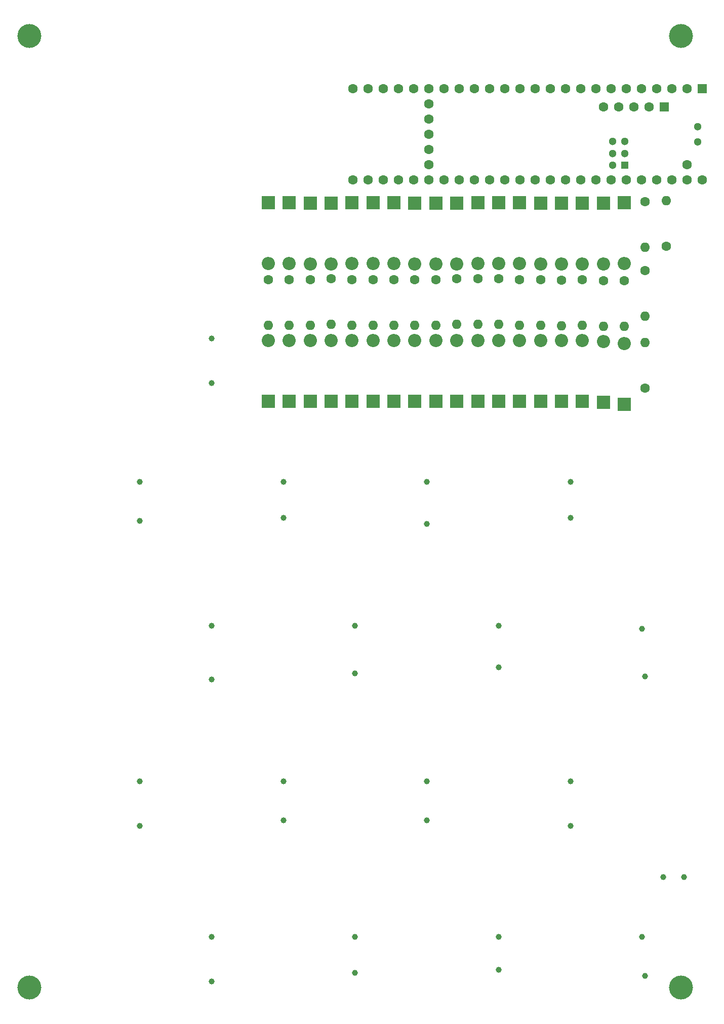
<source format=gbr>
%TF.GenerationSoftware,KiCad,Pcbnew,8.0.1*%
%TF.CreationDate,2024-04-18T23:30:46-04:00*%
%TF.ProjectId,emandoharp,656d616e-646f-4686-9172-702e6b696361,rev?*%
%TF.SameCoordinates,Original*%
%TF.FileFunction,Soldermask,Top*%
%TF.FilePolarity,Negative*%
%FSLAX46Y46*%
G04 Gerber Fmt 4.6, Leading zero omitted, Abs format (unit mm)*
G04 Created by KiCad (PCBNEW 8.0.1) date 2024-04-18 23:30:46*
%MOMM*%
%LPD*%
G01*
G04 APERTURE LIST*
%ADD10R,2.200000X2.200000*%
%ADD11O,2.200000X2.200000*%
%ADD12C,1.600000*%
%ADD13O,1.600000X1.600000*%
%ADD14C,1.000000*%
%ADD15C,4.000000*%
%ADD16R,1.600000X1.600000*%
%ADD17R,1.300000X1.300000*%
%ADD18C,1.300000*%
G04 APERTURE END LIST*
D10*
%TO.C,D28*%
X117000000Y-85750000D03*
D11*
X117000000Y-75590000D03*
%TD*%
D12*
%TO.C,R13*%
X96000000Y-65440000D03*
D13*
X96000000Y-73060000D03*
%TD*%
D14*
%TO.C,P20*%
X86000000Y-175250000D03*
%TD*%
%TO.C,P3*%
X50000000Y-105750000D03*
%TD*%
D12*
%TO.C,R2*%
X138000000Y-59870000D03*
D13*
X138000000Y-52250000D03*
%TD*%
D14*
%TO.C,P27*%
X137500000Y-165250000D03*
%TD*%
D10*
%TO.C,D7*%
X82000000Y-52670000D03*
D11*
X82000000Y-62830000D03*
%TD*%
D10*
%TO.C,D23*%
X110000000Y-52590000D03*
D11*
X110000000Y-62750000D03*
%TD*%
D10*
%TO.C,D20*%
X103000000Y-85750000D03*
D11*
X103000000Y-75590000D03*
%TD*%
D10*
%TO.C,D15*%
X96000000Y-52670000D03*
D11*
X96000000Y-62830000D03*
%TD*%
D12*
%TO.C,R19*%
X120500000Y-65500000D03*
D13*
X120500000Y-73120000D03*
%TD*%
D15*
%TO.C,REF\u002A\u002A*%
X31500000Y-183750000D03*
%TD*%
D10*
%TO.C,D2*%
X71500000Y-85750000D03*
D11*
X71500000Y-75590000D03*
%TD*%
D14*
%TO.C,P25*%
X98000000Y-149250000D03*
%TD*%
D10*
%TO.C,D36*%
X131000000Y-86250000D03*
D11*
X131000000Y-76090000D03*
%TD*%
D16*
%TO.C,U1*%
X144040000Y-33550000D03*
D12*
X141500000Y-33550000D03*
X138960000Y-33550000D03*
X136420000Y-33550000D03*
X133880000Y-33550000D03*
X131340000Y-33550000D03*
X128800000Y-33550000D03*
X126260000Y-33550000D03*
X123720000Y-33550000D03*
X121180000Y-33550000D03*
X118640000Y-33550000D03*
X116100000Y-33550000D03*
X113560000Y-33550000D03*
X111020000Y-33550000D03*
X108480000Y-33550000D03*
X105940000Y-33550000D03*
X103400000Y-33550000D03*
X100860000Y-33550000D03*
X98320000Y-33550000D03*
X95780000Y-33550000D03*
X93240000Y-33550000D03*
X90700000Y-33550000D03*
X88160000Y-33550000D03*
X85620000Y-33550000D03*
X85620000Y-48790000D03*
X88160000Y-48790000D03*
X90700000Y-48790000D03*
X93240000Y-48790000D03*
X95780000Y-48790000D03*
X98320000Y-48790000D03*
X100860000Y-48790000D03*
X103400000Y-48790000D03*
X105940000Y-48790000D03*
X108480000Y-48790000D03*
X111020000Y-48790000D03*
X113560000Y-48790000D03*
X116100000Y-48790000D03*
X118640000Y-48790000D03*
X121180000Y-48790000D03*
X123720000Y-48790000D03*
X126260000Y-48790000D03*
X128800000Y-48790000D03*
X131340000Y-48790000D03*
X133880000Y-48790000D03*
X136420000Y-48790000D03*
X138960000Y-48790000D03*
X141500000Y-48790000D03*
X144040000Y-48790000D03*
X141500000Y-46250000D03*
X98320000Y-36090000D03*
X98320000Y-38630000D03*
X98320000Y-41170000D03*
X98320000Y-43710000D03*
X98320000Y-46250000D03*
D16*
X137740800Y-36600800D03*
D12*
X135200800Y-36600800D03*
X132660800Y-36600800D03*
X130120800Y-36600800D03*
X127580800Y-36600800D03*
D17*
X131070000Y-46351600D03*
D18*
X131070000Y-44351600D03*
X131070000Y-42351600D03*
X129070000Y-42351600D03*
X129070000Y-44351600D03*
X129070000Y-46351600D03*
X143310000Y-42440000D03*
X143310000Y-39900000D03*
%TD*%
D14*
%TO.C,P23*%
X50000000Y-149250000D03*
%TD*%
%TO.C,P17*%
X134500000Y-131750000D03*
%TD*%
D12*
%TO.C,R6*%
X75000000Y-65440000D03*
D13*
X75000000Y-73060000D03*
%TD*%
D12*
%TO.C,R10*%
X106500000Y-65250000D03*
D13*
X106500000Y-72870000D03*
%TD*%
D10*
%TO.C,D29*%
X120500000Y-52670000D03*
D11*
X120500000Y-62830000D03*
%TD*%
D14*
%TO.C,P19*%
X62000000Y-175250000D03*
%TD*%
%TO.C,P6*%
X74000000Y-155750000D03*
%TD*%
D12*
%TO.C,R14*%
X99500000Y-65440000D03*
D13*
X99500000Y-73060000D03*
%TD*%
D14*
%TO.C,P21*%
X110000000Y-175250000D03*
%TD*%
D15*
%TO.C,REF\u002A\u002A*%
X140500000Y-183750000D03*
%TD*%
D14*
%TO.C,P34*%
X98000000Y-99250000D03*
%TD*%
%TO.C,P36*%
X62000000Y-75250000D03*
%TD*%
D10*
%TO.C,D11*%
X89000000Y-52590000D03*
D11*
X89000000Y-62750000D03*
%TD*%
D14*
%TO.C,P15*%
X122000000Y-105250000D03*
%TD*%
D10*
%TO.C,D8*%
X82000000Y-85750000D03*
D11*
X82000000Y-75590000D03*
%TD*%
D10*
%TO.C,D12*%
X89000000Y-85750000D03*
D11*
X89000000Y-75590000D03*
%TD*%
D10*
%TO.C,D9*%
X85500000Y-52590000D03*
D11*
X85500000Y-62750000D03*
%TD*%
D10*
%TO.C,D27*%
X117000000Y-52670000D03*
D11*
X117000000Y-62830000D03*
%TD*%
D14*
%TO.C,P12*%
X110000000Y-130250000D03*
%TD*%
%TO.C,P13*%
X110000000Y-180750000D03*
%TD*%
D10*
%TO.C,D10*%
X85500000Y-85750000D03*
D11*
X85500000Y-75590000D03*
%TD*%
D10*
%TO.C,D19*%
X103000000Y-52670000D03*
D11*
X103000000Y-62830000D03*
%TD*%
D14*
%TO.C,P22*%
X134000000Y-175250000D03*
%TD*%
%TO.C,P11*%
X98000000Y-155750000D03*
%TD*%
D12*
%TO.C,R11*%
X89000000Y-65440000D03*
D13*
X89000000Y-73060000D03*
%TD*%
D10*
%TO.C,D14*%
X92500000Y-85750000D03*
D11*
X92500000Y-75590000D03*
%TD*%
D10*
%TO.C,D16*%
X96000000Y-85750000D03*
D11*
X96000000Y-75590000D03*
%TD*%
D12*
%TO.C,R3*%
X134500000Y-52440000D03*
D13*
X134500000Y-60060000D03*
%TD*%
D14*
%TO.C,P14*%
X122000000Y-156750000D03*
%TD*%
%TO.C,P9*%
X86000000Y-131250000D03*
%TD*%
D12*
%TO.C,R7*%
X78500000Y-65440000D03*
D13*
X78500000Y-73060000D03*
%TD*%
D12*
%TO.C,R22*%
X131000000Y-65630000D03*
D13*
X131000000Y-73250000D03*
%TD*%
D14*
%TO.C,P32*%
X50000000Y-99250000D03*
%TD*%
%TO.C,P29*%
X86000000Y-123250000D03*
%TD*%
D15*
%TO.C,REF\u002A\u002A*%
X31500000Y-24750000D03*
%TD*%
D10*
%TO.C,D34*%
X127500000Y-85910000D03*
D11*
X127500000Y-75750000D03*
%TD*%
D14*
%TO.C,P7*%
X86000000Y-181250000D03*
%TD*%
D10*
%TO.C,D30*%
X120500000Y-85750000D03*
D11*
X120500000Y-75590000D03*
%TD*%
D10*
%TO.C,D32*%
X124000000Y-85750000D03*
D11*
X124000000Y-75590000D03*
%TD*%
D12*
%TO.C,R8*%
X82000000Y-65250000D03*
D13*
X82000000Y-72870000D03*
%TD*%
D12*
%TO.C,R15*%
X103000000Y-65250000D03*
D13*
X103000000Y-72870000D03*
%TD*%
D10*
%TO.C,D21*%
X106500000Y-52590000D03*
D11*
X106500000Y-62750000D03*
%TD*%
D14*
%TO.C,P33*%
X74000000Y-99250000D03*
%TD*%
D12*
%TO.C,R4*%
X134500000Y-63940000D03*
D13*
X134500000Y-71560000D03*
%TD*%
D10*
%TO.C,D4*%
X75000000Y-85750000D03*
D11*
X75000000Y-75590000D03*
%TD*%
D10*
%TO.C,D26*%
X113500000Y-85750000D03*
D11*
X113500000Y-75590000D03*
%TD*%
D10*
%TO.C,D22*%
X106500000Y-85750000D03*
D11*
X106500000Y-75590000D03*
%TD*%
D14*
%TO.C,P31*%
X134000000Y-123750000D03*
%TD*%
D10*
%TO.C,D31*%
X124000000Y-52670000D03*
D11*
X124000000Y-62830000D03*
%TD*%
D14*
%TO.C,P2*%
X50000000Y-156750000D03*
%TD*%
D10*
%TO.C,D24*%
X110000000Y-85750000D03*
D11*
X110000000Y-75590000D03*
%TD*%
D12*
%TO.C,R9*%
X85500000Y-65440000D03*
D13*
X85500000Y-73060000D03*
%TD*%
D10*
%TO.C,D25*%
X113500000Y-52590000D03*
D11*
X113500000Y-62750000D03*
%TD*%
D14*
%TO.C,P8*%
X74000000Y-105250000D03*
%TD*%
D10*
%TO.C,D33*%
X127500000Y-52670000D03*
D11*
X127500000Y-62830000D03*
%TD*%
D14*
%TO.C,P5*%
X62000000Y-132250000D03*
%TD*%
%TO.C,P10*%
X98000000Y-106250000D03*
%TD*%
D10*
%TO.C,D17*%
X99500000Y-52670000D03*
D11*
X99500000Y-62830000D03*
%TD*%
D14*
%TO.C,P1*%
X62000000Y-82750000D03*
%TD*%
D15*
%TO.C,REF\u002A\u002A*%
X140500000Y-24750000D03*
%TD*%
D12*
%TO.C,R1*%
X134500000Y-83560000D03*
D13*
X134500000Y-75940000D03*
%TD*%
D10*
%TO.C,D5*%
X78500000Y-52670000D03*
D11*
X78500000Y-62830000D03*
%TD*%
D12*
%TO.C,R18*%
X117000000Y-65440000D03*
D13*
X117000000Y-73060000D03*
%TD*%
D12*
%TO.C,R5*%
X71500000Y-65440000D03*
D13*
X71500000Y-73060000D03*
%TD*%
D14*
%TO.C,P30*%
X110000000Y-123250000D03*
%TD*%
D12*
%TO.C,R20*%
X124000000Y-65440000D03*
D13*
X124000000Y-73060000D03*
%TD*%
D10*
%TO.C,D3*%
X75000000Y-52590000D03*
D11*
X75000000Y-62750000D03*
%TD*%
D14*
%TO.C,P26*%
X122000000Y-149250000D03*
%TD*%
D12*
%TO.C,R16*%
X110000000Y-65250000D03*
D13*
X110000000Y-72870000D03*
%TD*%
D10*
%TO.C,D13*%
X92500000Y-52590000D03*
D11*
X92500000Y-62750000D03*
%TD*%
D10*
%TO.C,D35*%
X131000000Y-52590000D03*
D11*
X131000000Y-62750000D03*
%TD*%
D10*
%TO.C,D6*%
X78500000Y-85750000D03*
D11*
X78500000Y-75590000D03*
%TD*%
D12*
%TO.C,R17*%
X113500000Y-65440000D03*
D13*
X113500000Y-73060000D03*
%TD*%
D10*
%TO.C,D1*%
X71500000Y-52590000D03*
D11*
X71500000Y-62750000D03*
%TD*%
D10*
%TO.C,D18*%
X99500000Y-85750000D03*
D11*
X99500000Y-75590000D03*
%TD*%
D14*
%TO.C,P4*%
X62000000Y-182750000D03*
%TD*%
%TO.C,P18*%
X141000000Y-165250000D03*
%TD*%
%TO.C,P24*%
X74000000Y-149250000D03*
%TD*%
D12*
%TO.C,R12*%
X92500000Y-65440000D03*
D13*
X92500000Y-73060000D03*
%TD*%
D14*
%TO.C,P16*%
X134500000Y-181750000D03*
%TD*%
D12*
%TO.C,R21*%
X127500000Y-65630000D03*
D13*
X127500000Y-73250000D03*
%TD*%
D14*
%TO.C,P35*%
X122000000Y-99250000D03*
%TD*%
%TO.C,P28*%
X62000000Y-123250000D03*
%TD*%
M02*

</source>
